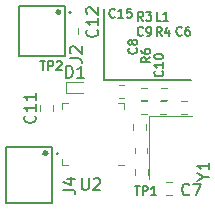
<source format=gbr>
G04 #@! TF.GenerationSoftware,KiCad,Pcbnew,(5.1.6)-1*
G04 #@! TF.CreationDate,2020-08-31T21:18:16+02:00*
G04 #@! TF.ProjectId,Freude_Microcontroller,46726575-6465-45f4-9d69-63726f636f6e,rev?*
G04 #@! TF.SameCoordinates,Original*
G04 #@! TF.FileFunction,Legend,Top*
G04 #@! TF.FilePolarity,Positive*
%FSLAX46Y46*%
G04 Gerber Fmt 4.6, Leading zero omitted, Abs format (unit mm)*
G04 Created by KiCad (PCBNEW (5.1.6)-1) date 2020-08-31 21:18:16*
%MOMM*%
%LPD*%
G01*
G04 APERTURE LIST*
%ADD10C,0.150000*%
%ADD11C,0.120000*%
%ADD12C,0.400000*%
%ADD13C,0.200000*%
G04 APERTURE END LIST*
D10*
X199775000Y-78125000D02*
X207100000Y-78125000D01*
X199775000Y-72075000D02*
X199775000Y-78125000D01*
D11*
X197570000Y-74200000D02*
X197570000Y-73700000D01*
X196510000Y-73700000D02*
X196510000Y-74200000D01*
X207240000Y-81160000D02*
X203540000Y-81160000D01*
X203540000Y-81160000D02*
X203540000Y-86460000D01*
X202260000Y-81860000D02*
X202260000Y-82360000D01*
X203320000Y-82360000D02*
X203320000Y-81860000D01*
X201000000Y-79605000D02*
X201500000Y-79605000D01*
X201500000Y-78545000D02*
X201000000Y-78545000D01*
X202875000Y-79805000D02*
X203375000Y-79805000D01*
X203375000Y-78745000D02*
X202875000Y-78745000D01*
X205075000Y-78745000D02*
X204575000Y-78745000D01*
X204575000Y-79805000D02*
X205075000Y-79805000D01*
X205540000Y-86750000D02*
X205040000Y-86750000D01*
X205040000Y-87810000D02*
X205540000Y-87810000D01*
X204550000Y-80955000D02*
X205050000Y-80955000D01*
X205050000Y-79895000D02*
X204550000Y-79895000D01*
X203375000Y-79895000D02*
X202875000Y-79895000D01*
X202875000Y-80955000D02*
X203375000Y-80955000D01*
X203450000Y-84320000D02*
X203450000Y-83820000D01*
X202390000Y-83820000D02*
X202390000Y-84320000D01*
X202420000Y-85670000D02*
X202420000Y-86170000D01*
X203480000Y-86170000D02*
X203480000Y-85670000D01*
X206280000Y-80940000D02*
X206780000Y-80940000D01*
X206780000Y-79880000D02*
X206280000Y-79880000D01*
X195430000Y-80725000D02*
X195430000Y-80225000D01*
X194370000Y-80225000D02*
X194370000Y-80725000D01*
D12*
X194870711Y-84300000D02*
G75*
G03*
X194870711Y-84300000I-70711J0D01*
G01*
D13*
X195870711Y-84350000D02*
G75*
G03*
X195870711Y-84350000I-70711J0D01*
G01*
X191500000Y-88500000D02*
X195350000Y-88500000D01*
X195350000Y-83800000D02*
X195350000Y-88500000D01*
X191500000Y-83800000D02*
X195350000Y-83800000D01*
X191500000Y-83800000D02*
X191500000Y-88500000D01*
D11*
X196550000Y-78275000D02*
X198000000Y-78275000D01*
X196550000Y-79175000D02*
X198000000Y-79175000D01*
X196550000Y-78275000D02*
X196550000Y-79175000D01*
D13*
X192600000Y-71850000D02*
X192600000Y-76050000D01*
X192600000Y-71850000D02*
X196450000Y-71850000D01*
X196450000Y-71850000D02*
X196450000Y-76050000D01*
X192600000Y-76050000D02*
X196450000Y-76050000D01*
X196970711Y-72400000D02*
G75*
G03*
X196970711Y-72400000I-70711J0D01*
G01*
D12*
X195970711Y-72350000D02*
G75*
G03*
X195970711Y-72350000I-70711J0D01*
G01*
D11*
X200985000Y-85285000D02*
X201460000Y-85285000D01*
X196240000Y-80065000D02*
X196240000Y-80540000D01*
X196715000Y-80065000D02*
X196240000Y-80065000D01*
X201460000Y-80065000D02*
X201460000Y-80540000D01*
X200985000Y-80065000D02*
X201460000Y-80065000D01*
X196240000Y-85285000D02*
X196240000Y-84810000D01*
X196715000Y-85285000D02*
X196240000Y-85285000D01*
D10*
X199182142Y-73842857D02*
X199229761Y-73890476D01*
X199277380Y-74033333D01*
X199277380Y-74128571D01*
X199229761Y-74271428D01*
X199134523Y-74366666D01*
X199039285Y-74414285D01*
X198848809Y-74461904D01*
X198705952Y-74461904D01*
X198515476Y-74414285D01*
X198420238Y-74366666D01*
X198325000Y-74271428D01*
X198277380Y-74128571D01*
X198277380Y-74033333D01*
X198325000Y-73890476D01*
X198372619Y-73842857D01*
X199277380Y-72890476D02*
X199277380Y-73461904D01*
X199277380Y-73176190D02*
X198277380Y-73176190D01*
X198420238Y-73271428D01*
X198515476Y-73366666D01*
X198563095Y-73461904D01*
X198372619Y-72509523D02*
X198325000Y-72461904D01*
X198277380Y-72366666D01*
X198277380Y-72128571D01*
X198325000Y-72033333D01*
X198372619Y-71985714D01*
X198467857Y-71938095D01*
X198563095Y-71938095D01*
X198705952Y-71985714D01*
X199277380Y-72557142D01*
X199277380Y-71938095D01*
X208201190Y-86276190D02*
X208677380Y-86276190D01*
X207677380Y-86609523D02*
X208201190Y-86276190D01*
X207677380Y-85942857D01*
X208677380Y-85085714D02*
X208677380Y-85657142D01*
X208677380Y-85371428D02*
X207677380Y-85371428D01*
X207820238Y-85466666D01*
X207915476Y-85561904D01*
X207963095Y-85657142D01*
X202492857Y-75400000D02*
X202528571Y-75435714D01*
X202564285Y-75542857D01*
X202564285Y-75614285D01*
X202528571Y-75721428D01*
X202457142Y-75792857D01*
X202385714Y-75828571D01*
X202242857Y-75864285D01*
X202135714Y-75864285D01*
X201992857Y-75828571D01*
X201921428Y-75792857D01*
X201850000Y-75721428D01*
X201814285Y-75614285D01*
X201814285Y-75542857D01*
X201850000Y-75435714D01*
X201885714Y-75400000D01*
X202135714Y-74971428D02*
X202100000Y-75042857D01*
X202064285Y-75078571D01*
X201992857Y-75114285D01*
X201957142Y-75114285D01*
X201885714Y-75078571D01*
X201850000Y-75042857D01*
X201814285Y-74971428D01*
X201814285Y-74828571D01*
X201850000Y-74757142D01*
X201885714Y-74721428D01*
X201957142Y-74685714D01*
X201992857Y-74685714D01*
X202064285Y-74721428D01*
X202100000Y-74757142D01*
X202135714Y-74828571D01*
X202135714Y-74971428D01*
X202171428Y-75042857D01*
X202207142Y-75078571D01*
X202278571Y-75114285D01*
X202421428Y-75114285D01*
X202492857Y-75078571D01*
X202528571Y-75042857D01*
X202564285Y-74971428D01*
X202564285Y-74828571D01*
X202528571Y-74757142D01*
X202492857Y-74721428D01*
X202421428Y-74685714D01*
X202278571Y-74685714D01*
X202207142Y-74721428D01*
X202171428Y-74757142D01*
X202135714Y-74828571D01*
X200692857Y-72742857D02*
X200657142Y-72778571D01*
X200550000Y-72814285D01*
X200478571Y-72814285D01*
X200371428Y-72778571D01*
X200300000Y-72707142D01*
X200264285Y-72635714D01*
X200228571Y-72492857D01*
X200228571Y-72385714D01*
X200264285Y-72242857D01*
X200300000Y-72171428D01*
X200371428Y-72100000D01*
X200478571Y-72064285D01*
X200550000Y-72064285D01*
X200657142Y-72100000D01*
X200692857Y-72135714D01*
X201407142Y-72814285D02*
X200978571Y-72814285D01*
X201192857Y-72814285D02*
X201192857Y-72064285D01*
X201121428Y-72171428D01*
X201050000Y-72242857D01*
X200978571Y-72278571D01*
X202085714Y-72064285D02*
X201728571Y-72064285D01*
X201692857Y-72421428D01*
X201728571Y-72385714D01*
X201800000Y-72350000D01*
X201978571Y-72350000D01*
X202050000Y-72385714D01*
X202085714Y-72421428D01*
X202121428Y-72492857D01*
X202121428Y-72671428D01*
X202085714Y-72742857D01*
X202050000Y-72778571D01*
X201978571Y-72814285D01*
X201800000Y-72814285D01*
X201728571Y-72778571D01*
X201692857Y-72742857D01*
X203075000Y-73089285D02*
X202825000Y-72732142D01*
X202646428Y-73089285D02*
X202646428Y-72339285D01*
X202932142Y-72339285D01*
X203003571Y-72375000D01*
X203039285Y-72410714D01*
X203075000Y-72482142D01*
X203075000Y-72589285D01*
X203039285Y-72660714D01*
X203003571Y-72696428D01*
X202932142Y-72732142D01*
X202646428Y-72732142D01*
X203325000Y-72339285D02*
X203789285Y-72339285D01*
X203539285Y-72625000D01*
X203646428Y-72625000D01*
X203717857Y-72660714D01*
X203753571Y-72696428D01*
X203789285Y-72767857D01*
X203789285Y-72946428D01*
X203753571Y-73017857D01*
X203717857Y-73053571D01*
X203646428Y-73089285D01*
X203432142Y-73089285D01*
X203360714Y-73053571D01*
X203325000Y-73017857D01*
X204575000Y-73089285D02*
X204217857Y-73089285D01*
X204217857Y-72339285D01*
X205217857Y-73089285D02*
X204789285Y-73089285D01*
X205003571Y-73089285D02*
X205003571Y-72339285D01*
X204932142Y-72446428D01*
X204860714Y-72517857D01*
X204789285Y-72553571D01*
X207008333Y-87782142D02*
X206960714Y-87829761D01*
X206817857Y-87877380D01*
X206722619Y-87877380D01*
X206579761Y-87829761D01*
X206484523Y-87734523D01*
X206436904Y-87639285D01*
X206389285Y-87448809D01*
X206389285Y-87305952D01*
X206436904Y-87115476D01*
X206484523Y-87020238D01*
X206579761Y-86925000D01*
X206722619Y-86877380D01*
X206817857Y-86877380D01*
X206960714Y-86925000D01*
X207008333Y-86972619D01*
X207341666Y-86877380D02*
X208008333Y-86877380D01*
X207579761Y-87877380D01*
X204650000Y-74364285D02*
X204400000Y-74007142D01*
X204221428Y-74364285D02*
X204221428Y-73614285D01*
X204507142Y-73614285D01*
X204578571Y-73650000D01*
X204614285Y-73685714D01*
X204650000Y-73757142D01*
X204650000Y-73864285D01*
X204614285Y-73935714D01*
X204578571Y-73971428D01*
X204507142Y-74007142D01*
X204221428Y-74007142D01*
X205292857Y-73864285D02*
X205292857Y-74364285D01*
X205114285Y-73578571D02*
X204935714Y-74114285D01*
X205400000Y-74114285D01*
X203075000Y-74292857D02*
X203039285Y-74328571D01*
X202932142Y-74364285D01*
X202860714Y-74364285D01*
X202753571Y-74328571D01*
X202682142Y-74257142D01*
X202646428Y-74185714D01*
X202610714Y-74042857D01*
X202610714Y-73935714D01*
X202646428Y-73792857D01*
X202682142Y-73721428D01*
X202753571Y-73650000D01*
X202860714Y-73614285D01*
X202932142Y-73614285D01*
X203039285Y-73650000D01*
X203075000Y-73685714D01*
X203432142Y-74364285D02*
X203575000Y-74364285D01*
X203646428Y-74328571D01*
X203682142Y-74292857D01*
X203753571Y-74185714D01*
X203789285Y-74042857D01*
X203789285Y-73757142D01*
X203753571Y-73685714D01*
X203717857Y-73650000D01*
X203646428Y-73614285D01*
X203503571Y-73614285D01*
X203432142Y-73650000D01*
X203396428Y-73685714D01*
X203360714Y-73757142D01*
X203360714Y-73935714D01*
X203396428Y-74007142D01*
X203432142Y-74042857D01*
X203503571Y-74078571D01*
X203646428Y-74078571D01*
X203717857Y-74042857D01*
X203753571Y-74007142D01*
X203789285Y-73935714D01*
X203664285Y-76175000D02*
X203307142Y-76425000D01*
X203664285Y-76603571D02*
X202914285Y-76603571D01*
X202914285Y-76317857D01*
X202950000Y-76246428D01*
X202985714Y-76210714D01*
X203057142Y-76175000D01*
X203164285Y-76175000D01*
X203235714Y-76210714D01*
X203271428Y-76246428D01*
X203307142Y-76317857D01*
X203307142Y-76603571D01*
X202914285Y-75532142D02*
X202914285Y-75675000D01*
X202950000Y-75746428D01*
X202985714Y-75782142D01*
X203092857Y-75853571D01*
X203235714Y-75889285D01*
X203521428Y-75889285D01*
X203592857Y-75853571D01*
X203628571Y-75817857D01*
X203664285Y-75746428D01*
X203664285Y-75603571D01*
X203628571Y-75532142D01*
X203592857Y-75496428D01*
X203521428Y-75460714D01*
X203342857Y-75460714D01*
X203271428Y-75496428D01*
X203235714Y-75532142D01*
X203200000Y-75603571D01*
X203200000Y-75746428D01*
X203235714Y-75817857D01*
X203271428Y-75853571D01*
X203342857Y-75889285D01*
X204692857Y-77332142D02*
X204728571Y-77367857D01*
X204764285Y-77475000D01*
X204764285Y-77546428D01*
X204728571Y-77653571D01*
X204657142Y-77725000D01*
X204585714Y-77760714D01*
X204442857Y-77796428D01*
X204335714Y-77796428D01*
X204192857Y-77760714D01*
X204121428Y-77725000D01*
X204050000Y-77653571D01*
X204014285Y-77546428D01*
X204014285Y-77475000D01*
X204050000Y-77367857D01*
X204085714Y-77332142D01*
X204764285Y-76617857D02*
X204764285Y-77046428D01*
X204764285Y-76832142D02*
X204014285Y-76832142D01*
X204121428Y-76903571D01*
X204192857Y-76975000D01*
X204228571Y-77046428D01*
X204014285Y-76153571D02*
X204014285Y-76082142D01*
X204050000Y-76010714D01*
X204085714Y-75975000D01*
X204157142Y-75939285D01*
X204300000Y-75903571D01*
X204478571Y-75903571D01*
X204621428Y-75939285D01*
X204692857Y-75975000D01*
X204728571Y-76010714D01*
X204764285Y-76082142D01*
X204764285Y-76153571D01*
X204728571Y-76225000D01*
X204692857Y-76260714D01*
X204621428Y-76296428D01*
X204478571Y-76332142D01*
X204300000Y-76332142D01*
X204157142Y-76296428D01*
X204085714Y-76260714D01*
X204050000Y-76225000D01*
X204014285Y-76153571D01*
X206350000Y-74267857D02*
X206314285Y-74303571D01*
X206207142Y-74339285D01*
X206135714Y-74339285D01*
X206028571Y-74303571D01*
X205957142Y-74232142D01*
X205921428Y-74160714D01*
X205885714Y-74017857D01*
X205885714Y-73910714D01*
X205921428Y-73767857D01*
X205957142Y-73696428D01*
X206028571Y-73625000D01*
X206135714Y-73589285D01*
X206207142Y-73589285D01*
X206314285Y-73625000D01*
X206350000Y-73660714D01*
X206992857Y-73589285D02*
X206850000Y-73589285D01*
X206778571Y-73625000D01*
X206742857Y-73660714D01*
X206671428Y-73767857D01*
X206635714Y-73910714D01*
X206635714Y-74196428D01*
X206671428Y-74267857D01*
X206707142Y-74303571D01*
X206778571Y-74339285D01*
X206921428Y-74339285D01*
X206992857Y-74303571D01*
X207028571Y-74267857D01*
X207064285Y-74196428D01*
X207064285Y-74017857D01*
X207028571Y-73946428D01*
X206992857Y-73910714D01*
X206921428Y-73875000D01*
X206778571Y-73875000D01*
X206707142Y-73910714D01*
X206671428Y-73946428D01*
X206635714Y-74017857D01*
X193907142Y-81117857D02*
X193954761Y-81165476D01*
X194002380Y-81308333D01*
X194002380Y-81403571D01*
X193954761Y-81546428D01*
X193859523Y-81641666D01*
X193764285Y-81689285D01*
X193573809Y-81736904D01*
X193430952Y-81736904D01*
X193240476Y-81689285D01*
X193145238Y-81641666D01*
X193050000Y-81546428D01*
X193002380Y-81403571D01*
X193002380Y-81308333D01*
X193050000Y-81165476D01*
X193097619Y-81117857D01*
X194002380Y-80165476D02*
X194002380Y-80736904D01*
X194002380Y-80451190D02*
X193002380Y-80451190D01*
X193145238Y-80546428D01*
X193240476Y-80641666D01*
X193288095Y-80736904D01*
X194002380Y-79213095D02*
X194002380Y-79784523D01*
X194002380Y-79498809D02*
X193002380Y-79498809D01*
X193145238Y-79594047D01*
X193240476Y-79689285D01*
X193288095Y-79784523D01*
X196327380Y-87383333D02*
X197041666Y-87383333D01*
X197184523Y-87430952D01*
X197279761Y-87526190D01*
X197327380Y-87669047D01*
X197327380Y-87764285D01*
X196660714Y-86478571D02*
X197327380Y-86478571D01*
X196279761Y-86716666D02*
X196994047Y-86954761D01*
X196994047Y-86335714D01*
X196561904Y-77902380D02*
X196561904Y-76902380D01*
X196800000Y-76902380D01*
X196942857Y-76950000D01*
X197038095Y-77045238D01*
X197085714Y-77140476D01*
X197133333Y-77330952D01*
X197133333Y-77473809D01*
X197085714Y-77664285D01*
X197038095Y-77759523D01*
X196942857Y-77854761D01*
X196800000Y-77902380D01*
X196561904Y-77902380D01*
X198085714Y-77902380D02*
X197514285Y-77902380D01*
X197800000Y-77902380D02*
X197800000Y-76902380D01*
X197704761Y-77045238D01*
X197609523Y-77140476D01*
X197514285Y-77188095D01*
X196877380Y-76258333D02*
X197591666Y-76258333D01*
X197734523Y-76305952D01*
X197829761Y-76401190D01*
X197877380Y-76544047D01*
X197877380Y-76639285D01*
X196972619Y-75829761D02*
X196925000Y-75782142D01*
X196877380Y-75686904D01*
X196877380Y-75448809D01*
X196925000Y-75353571D01*
X196972619Y-75305952D01*
X197067857Y-75258333D01*
X197163095Y-75258333D01*
X197305952Y-75305952D01*
X197877380Y-75877380D01*
X197877380Y-75258333D01*
X197888095Y-86402380D02*
X197888095Y-87211904D01*
X197935714Y-87307142D01*
X197983333Y-87354761D01*
X198078571Y-87402380D01*
X198269047Y-87402380D01*
X198364285Y-87354761D01*
X198411904Y-87307142D01*
X198459523Y-87211904D01*
X198459523Y-86402380D01*
X198888095Y-86497619D02*
X198935714Y-86450000D01*
X199030952Y-86402380D01*
X199269047Y-86402380D01*
X199364285Y-86450000D01*
X199411904Y-86497619D01*
X199459523Y-86592857D01*
X199459523Y-86688095D01*
X199411904Y-86830952D01*
X198840476Y-87402380D01*
X199459523Y-87402380D01*
X202378571Y-87089285D02*
X202807142Y-87089285D01*
X202592857Y-87839285D02*
X202592857Y-87089285D01*
X203057142Y-87839285D02*
X203057142Y-87089285D01*
X203342857Y-87089285D01*
X203414285Y-87125000D01*
X203450000Y-87160714D01*
X203485714Y-87232142D01*
X203485714Y-87339285D01*
X203450000Y-87410714D01*
X203414285Y-87446428D01*
X203342857Y-87482142D01*
X203057142Y-87482142D01*
X204200000Y-87839285D02*
X203771428Y-87839285D01*
X203985714Y-87839285D02*
X203985714Y-87089285D01*
X203914285Y-87196428D01*
X203842857Y-87267857D01*
X203771428Y-87303571D01*
X194378571Y-76489285D02*
X194807142Y-76489285D01*
X194592857Y-77239285D02*
X194592857Y-76489285D01*
X195057142Y-77239285D02*
X195057142Y-76489285D01*
X195342857Y-76489285D01*
X195414285Y-76525000D01*
X195450000Y-76560714D01*
X195485714Y-76632142D01*
X195485714Y-76739285D01*
X195450000Y-76810714D01*
X195414285Y-76846428D01*
X195342857Y-76882142D01*
X195057142Y-76882142D01*
X195771428Y-76560714D02*
X195807142Y-76525000D01*
X195878571Y-76489285D01*
X196057142Y-76489285D01*
X196128571Y-76525000D01*
X196164285Y-76560714D01*
X196200000Y-76632142D01*
X196200000Y-76703571D01*
X196164285Y-76810714D01*
X195735714Y-77239285D01*
X196200000Y-77239285D01*
M02*

</source>
